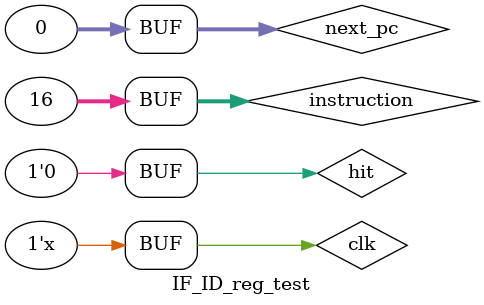
<source format=v>
`timescale 1ns / 1ps

module IF_ID_reg_test #(parameter PERIOD=100);

	// Inputs
	reg clk;
	reg [31:0] next_pc;
	reg [31:0] instruction;
	reg hit;

	// Outputs
	wire [31:0] next_pc_out;
	wire [31:0] instruction_out;
	wire hit_out;

	// Instantiate the Unit Under Test (UUT)
	IF_ID_reg uut (
		.clk(clk), 
		.next_pc(next_pc), 
		.instruction(instruction), 
		.hit(hit), 
		.next_pc_out(next_pc_out), 
		.instruction_out(instruction_out), 
		.hit_out(hit_out)
	);
	
	always #PERIOD clk=~clk; 

	initial begin
		clk = 1;
		
		next_pc = 32'h0;
		instruction = 32'h00000010;
		hit = 0;
		#PERIOD;

	end
      
endmodule


</source>
